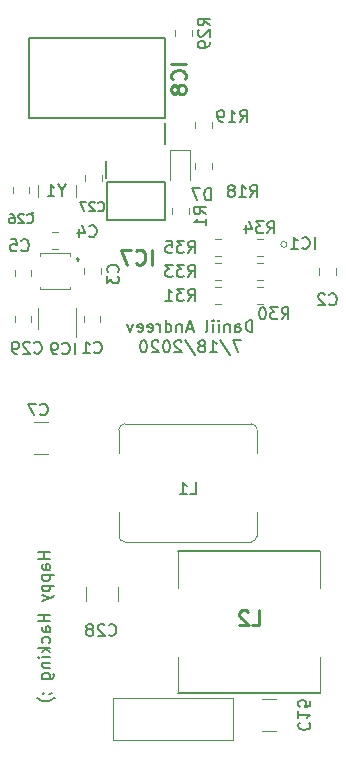
<source format=gbr>
G04 #@! TF.GenerationSoftware,KiCad,Pcbnew,(5.1.4)-1*
G04 #@! TF.CreationDate,2020-07-19T23:15:40-07:00*
G04 #@! TF.ProjectId,SkateLightMainBoard,536b6174-654c-4696-9768-744d61696e42,rev?*
G04 #@! TF.SameCoordinates,Original*
G04 #@! TF.FileFunction,Legend,Bot*
G04 #@! TF.FilePolarity,Positive*
%FSLAX46Y46*%
G04 Gerber Fmt 4.6, Leading zero omitted, Abs format (unit mm)*
G04 Created by KiCad (PCBNEW (5.1.4)-1) date 2020-07-19 23:15:40*
%MOMM*%
%LPD*%
G04 APERTURE LIST*
%ADD10C,0.150000*%
%ADD11C,0.203200*%
%ADD12C,0.200000*%
%ADD13C,0.127000*%
%ADD14C,0.120000*%
%ADD15C,0.100000*%
%ADD16C,0.254000*%
%ADD17C,0.152400*%
G04 APERTURE END LIST*
D10*
X-10387619Y-20100476D02*
X-11387619Y-20100476D01*
X-10911428Y-20100476D02*
X-10911428Y-20671904D01*
X-10387619Y-20671904D02*
X-11387619Y-20671904D01*
X-10387619Y-21576666D02*
X-10911428Y-21576666D01*
X-11006666Y-21529047D01*
X-11054285Y-21433809D01*
X-11054285Y-21243333D01*
X-11006666Y-21148095D01*
X-10435238Y-21576666D02*
X-10387619Y-21481428D01*
X-10387619Y-21243333D01*
X-10435238Y-21148095D01*
X-10530476Y-21100476D01*
X-10625714Y-21100476D01*
X-10720952Y-21148095D01*
X-10768571Y-21243333D01*
X-10768571Y-21481428D01*
X-10816190Y-21576666D01*
X-11054285Y-22052857D02*
X-10054285Y-22052857D01*
X-11006666Y-22052857D02*
X-11054285Y-22148095D01*
X-11054285Y-22338571D01*
X-11006666Y-22433809D01*
X-10959047Y-22481428D01*
X-10863809Y-22529047D01*
X-10578095Y-22529047D01*
X-10482857Y-22481428D01*
X-10435238Y-22433809D01*
X-10387619Y-22338571D01*
X-10387619Y-22148095D01*
X-10435238Y-22052857D01*
X-11054285Y-22957619D02*
X-10054285Y-22957619D01*
X-11006666Y-22957619D02*
X-11054285Y-23052857D01*
X-11054285Y-23243333D01*
X-11006666Y-23338571D01*
X-10959047Y-23386190D01*
X-10863809Y-23433809D01*
X-10578095Y-23433809D01*
X-10482857Y-23386190D01*
X-10435238Y-23338571D01*
X-10387619Y-23243333D01*
X-10387619Y-23052857D01*
X-10435238Y-22957619D01*
X-11054285Y-23767142D02*
X-10387619Y-24005238D01*
X-11054285Y-24243333D02*
X-10387619Y-24005238D01*
X-10149523Y-23910000D01*
X-10101904Y-23862380D01*
X-10054285Y-23767142D01*
X-10387619Y-25386190D02*
X-11387619Y-25386190D01*
X-10911428Y-25386190D02*
X-10911428Y-25957619D01*
X-10387619Y-25957619D02*
X-11387619Y-25957619D01*
X-10387619Y-26862380D02*
X-10911428Y-26862380D01*
X-11006666Y-26814761D01*
X-11054285Y-26719523D01*
X-11054285Y-26529047D01*
X-11006666Y-26433809D01*
X-10435238Y-26862380D02*
X-10387619Y-26767142D01*
X-10387619Y-26529047D01*
X-10435238Y-26433809D01*
X-10530476Y-26386190D01*
X-10625714Y-26386190D01*
X-10720952Y-26433809D01*
X-10768571Y-26529047D01*
X-10768571Y-26767142D01*
X-10816190Y-26862380D01*
X-10435238Y-27767142D02*
X-10387619Y-27671904D01*
X-10387619Y-27481428D01*
X-10435238Y-27386190D01*
X-10482857Y-27338571D01*
X-10578095Y-27290952D01*
X-10863809Y-27290952D01*
X-10959047Y-27338571D01*
X-11006666Y-27386190D01*
X-11054285Y-27481428D01*
X-11054285Y-27671904D01*
X-11006666Y-27767142D01*
X-10387619Y-28195714D02*
X-11387619Y-28195714D01*
X-10768571Y-28290952D02*
X-10387619Y-28576666D01*
X-11054285Y-28576666D02*
X-10673333Y-28195714D01*
X-10387619Y-29005238D02*
X-11054285Y-29005238D01*
X-11387619Y-29005238D02*
X-11340000Y-28957619D01*
X-11292380Y-29005238D01*
X-11340000Y-29052857D01*
X-11387619Y-29005238D01*
X-11292380Y-29005238D01*
X-11054285Y-29481428D02*
X-10387619Y-29481428D01*
X-10959047Y-29481428D02*
X-11006666Y-29529047D01*
X-11054285Y-29624285D01*
X-11054285Y-29767142D01*
X-11006666Y-29862380D01*
X-10911428Y-29910000D01*
X-10387619Y-29910000D01*
X-11054285Y-30814761D02*
X-10244761Y-30814761D01*
X-10149523Y-30767142D01*
X-10101904Y-30719523D01*
X-10054285Y-30624285D01*
X-10054285Y-30481428D01*
X-10101904Y-30386190D01*
X-10435238Y-30814761D02*
X-10387619Y-30719523D01*
X-10387619Y-30529047D01*
X-10435238Y-30433809D01*
X-10482857Y-30386190D01*
X-10578095Y-30338571D01*
X-10863809Y-30338571D01*
X-10959047Y-30386190D01*
X-11006666Y-30433809D01*
X-11054285Y-30529047D01*
X-11054285Y-30719523D01*
X-11006666Y-30814761D01*
X-10435238Y-32100476D02*
X-10387619Y-32100476D01*
X-10292380Y-32052857D01*
X-10244761Y-32005238D01*
X-11006666Y-32052857D02*
X-10959047Y-32100476D01*
X-10911428Y-32052857D01*
X-10959047Y-32005238D01*
X-11006666Y-32052857D01*
X-10911428Y-32052857D01*
X-10006666Y-32433809D02*
X-10054285Y-32481428D01*
X-10197142Y-32576666D01*
X-10292380Y-32624285D01*
X-10435238Y-32671904D01*
X-10673333Y-32719523D01*
X-10863809Y-32719523D01*
X-11101904Y-32671904D01*
X-11244761Y-32624285D01*
X-11340000Y-32576666D01*
X-11482857Y-32481428D01*
X-11530476Y-32433809D01*
D11*
X6749333Y-1466019D02*
X6749333Y-450019D01*
X6507428Y-450019D01*
X6362285Y-498400D01*
X6265523Y-595161D01*
X6217142Y-691923D01*
X6168761Y-885447D01*
X6168761Y-1030590D01*
X6217142Y-1224114D01*
X6265523Y-1320876D01*
X6362285Y-1417638D01*
X6507428Y-1466019D01*
X6749333Y-1466019D01*
X5297904Y-1466019D02*
X5297904Y-933828D01*
X5346285Y-837066D01*
X5443047Y-788685D01*
X5636571Y-788685D01*
X5733333Y-837066D01*
X5297904Y-1417638D02*
X5394666Y-1466019D01*
X5636571Y-1466019D01*
X5733333Y-1417638D01*
X5781714Y-1320876D01*
X5781714Y-1224114D01*
X5733333Y-1127352D01*
X5636571Y-1078971D01*
X5394666Y-1078971D01*
X5297904Y-1030590D01*
X4814095Y-788685D02*
X4814095Y-1466019D01*
X4814095Y-885447D02*
X4765714Y-837066D01*
X4668952Y-788685D01*
X4523809Y-788685D01*
X4427047Y-837066D01*
X4378666Y-933828D01*
X4378666Y-1466019D01*
X3894857Y-1466019D02*
X3894857Y-788685D01*
X3894857Y-450019D02*
X3943238Y-498400D01*
X3894857Y-546780D01*
X3846476Y-498400D01*
X3894857Y-450019D01*
X3894857Y-546780D01*
X3411047Y-1466019D02*
X3411047Y-788685D01*
X3411047Y-450019D02*
X3459428Y-498400D01*
X3411047Y-546780D01*
X3362666Y-498400D01*
X3411047Y-450019D01*
X3411047Y-546780D01*
X2782095Y-1466019D02*
X2878857Y-1417638D01*
X2927238Y-1320876D01*
X2927238Y-450019D01*
X1669333Y-1175733D02*
X1185523Y-1175733D01*
X1766095Y-1466019D02*
X1427428Y-450019D01*
X1088761Y-1466019D01*
X750095Y-788685D02*
X750095Y-1466019D01*
X750095Y-885447D02*
X701714Y-837066D01*
X604952Y-788685D01*
X459809Y-788685D01*
X363047Y-837066D01*
X314666Y-933828D01*
X314666Y-1466019D01*
X-604571Y-1466019D02*
X-604571Y-450019D01*
X-604571Y-1417638D02*
X-507809Y-1466019D01*
X-314285Y-1466019D01*
X-217523Y-1417638D01*
X-169142Y-1369257D01*
X-120761Y-1272495D01*
X-120761Y-982209D01*
X-169142Y-885447D01*
X-217523Y-837066D01*
X-314285Y-788685D01*
X-507809Y-788685D01*
X-604571Y-837066D01*
X-1088380Y-1466019D02*
X-1088380Y-788685D01*
X-1088380Y-982209D02*
X-1136761Y-885447D01*
X-1185142Y-837066D01*
X-1281904Y-788685D01*
X-1378666Y-788685D01*
X-2104380Y-1417638D02*
X-2007619Y-1466019D01*
X-1814095Y-1466019D01*
X-1717333Y-1417638D01*
X-1668952Y-1320876D01*
X-1668952Y-933828D01*
X-1717333Y-837066D01*
X-1814095Y-788685D01*
X-2007619Y-788685D01*
X-2104380Y-837066D01*
X-2152761Y-933828D01*
X-2152761Y-1030590D01*
X-1668952Y-1127352D01*
X-2975238Y-1417638D02*
X-2878476Y-1466019D01*
X-2684952Y-1466019D01*
X-2588190Y-1417638D01*
X-2539809Y-1320876D01*
X-2539809Y-933828D01*
X-2588190Y-837066D01*
X-2684952Y-788685D01*
X-2878476Y-788685D01*
X-2975238Y-837066D01*
X-3023619Y-933828D01*
X-3023619Y-1030590D01*
X-2539809Y-1127352D01*
X-3362285Y-788685D02*
X-3604190Y-1466019D01*
X-3846095Y-788685D01*
X5805904Y-2177219D02*
X5128571Y-2177219D01*
X5563999Y-3193219D01*
X4015809Y-2128838D02*
X4886666Y-3435123D01*
X3144952Y-3193219D02*
X3725523Y-3193219D01*
X3435238Y-3193219D02*
X3435238Y-2177219D01*
X3531999Y-2322361D01*
X3628761Y-2419123D01*
X3725523Y-2467504D01*
X2564380Y-2612647D02*
X2661142Y-2564266D01*
X2709523Y-2515885D01*
X2757904Y-2419123D01*
X2757904Y-2370742D01*
X2709523Y-2273980D01*
X2661142Y-2225600D01*
X2564380Y-2177219D01*
X2370857Y-2177219D01*
X2274095Y-2225600D01*
X2225714Y-2273980D01*
X2177333Y-2370742D01*
X2177333Y-2419123D01*
X2225714Y-2515885D01*
X2274095Y-2564266D01*
X2370857Y-2612647D01*
X2564380Y-2612647D01*
X2661142Y-2661028D01*
X2709523Y-2709409D01*
X2757904Y-2806171D01*
X2757904Y-2999695D01*
X2709523Y-3096457D01*
X2661142Y-3144838D01*
X2564380Y-3193219D01*
X2370857Y-3193219D01*
X2274095Y-3144838D01*
X2225714Y-3096457D01*
X2177333Y-2999695D01*
X2177333Y-2806171D01*
X2225714Y-2709409D01*
X2274095Y-2661028D01*
X2370857Y-2612647D01*
X1016190Y-2128838D02*
X1887047Y-3435123D01*
X725904Y-2273980D02*
X677523Y-2225600D01*
X580761Y-2177219D01*
X338857Y-2177219D01*
X242095Y-2225600D01*
X193714Y-2273980D01*
X145333Y-2370742D01*
X145333Y-2467504D01*
X193714Y-2612647D01*
X774285Y-3193219D01*
X145333Y-3193219D01*
X-483619Y-2177219D02*
X-580380Y-2177219D01*
X-677142Y-2225600D01*
X-725523Y-2273980D01*
X-773904Y-2370742D01*
X-822285Y-2564266D01*
X-822285Y-2806171D01*
X-773904Y-2999695D01*
X-725523Y-3096457D01*
X-677142Y-3144838D01*
X-580380Y-3193219D01*
X-483619Y-3193219D01*
X-386857Y-3144838D01*
X-338476Y-3096457D01*
X-290095Y-2999695D01*
X-241714Y-2806171D01*
X-241714Y-2564266D01*
X-290095Y-2370742D01*
X-338476Y-2273980D01*
X-386857Y-2225600D01*
X-483619Y-2177219D01*
X-1209333Y-2273980D02*
X-1257714Y-2225600D01*
X-1354476Y-2177219D01*
X-1596380Y-2177219D01*
X-1693142Y-2225600D01*
X-1741523Y-2273980D01*
X-1789904Y-2370742D01*
X-1789904Y-2467504D01*
X-1741523Y-2612647D01*
X-1160952Y-3193219D01*
X-1789904Y-3193219D01*
X-2418857Y-2177219D02*
X-2515619Y-2177219D01*
X-2612380Y-2225600D01*
X-2660761Y-2273980D01*
X-2709142Y-2370742D01*
X-2757523Y-2564266D01*
X-2757523Y-2806171D01*
X-2709142Y-2999695D01*
X-2660761Y-3096457D01*
X-2612380Y-3144838D01*
X-2515619Y-3193219D01*
X-2418857Y-3193219D01*
X-2322095Y-3144838D01*
X-2273714Y-3096457D01*
X-2225333Y-2999695D01*
X-2176952Y-2806171D01*
X-2176952Y-2564266D01*
X-2225333Y-2370742D01*
X-2273714Y-2273980D01*
X-2322095Y-2225600D01*
X-2418857Y-2177219D01*
D12*
X-618180Y16612660D02*
X-618180Y23412660D01*
X-618180Y23412660D02*
X-12168180Y23412660D01*
X-12168180Y23412660D02*
X-12168180Y16612660D01*
X-12168180Y16612660D02*
X-618180Y16612660D01*
X-638180Y14412660D02*
X-638180Y16262660D01*
D13*
X451600Y-20035000D02*
X12451600Y-20035000D01*
X12451600Y-32035000D02*
X451600Y-32035000D01*
D14*
X451600Y-32035000D02*
X451600Y-28956000D01*
X451600Y-20035000D02*
X451600Y-23114000D01*
X12451600Y-20035000D02*
X12451600Y-23114000D01*
X12451600Y-32035000D02*
X12451600Y-28956000D01*
X6642860Y-9224000D02*
X-4057140Y-9224000D01*
X-4068484Y-9224129D02*
G75*
G03X-4557140Y-9724000I11344J-499871D01*
G01*
X-4557140Y-9724000D02*
X-4557140Y-11724000D01*
X-4557011Y-18735344D02*
G75*
G03X-4057140Y-19224000I499871J11344D01*
G01*
X-4557140Y-16724000D02*
X-4557140Y-18724000D01*
X7142860Y-11724000D02*
X7142860Y-9724000D01*
X-4057140Y-19224000D02*
X6642860Y-19224000D01*
X6654204Y-19223871D02*
G75*
G03X7142860Y-18724000I-11344J499871D01*
G01*
X7142731Y-9712656D02*
G75*
G03X6642860Y-9224000I-499871J-11344D01*
G01*
X7142860Y-18724000D02*
X7142860Y-16724000D01*
X9668040Y5946720D02*
G75*
G03X9668040Y5946720I-254000J0D01*
G01*
X-5080000Y-36026000D02*
X5080000Y-36026000D01*
X-5080000Y-32470000D02*
X-5080000Y-36026000D01*
X5080000Y-32470000D02*
X-5080000Y-32470000D01*
X5080000Y-36026000D02*
X5080000Y-32470000D01*
X12387040Y3402142D02*
X12387040Y3919298D01*
X13807040Y3402142D02*
X13807040Y3919298D01*
X-11724724Y-9074320D02*
X-10520596Y-9074320D01*
X-11724724Y-11794320D02*
X-10520596Y-11794320D01*
X7574196Y-32528680D02*
X8778324Y-32528680D01*
X7574196Y-35248680D02*
X8778324Y-35248680D01*
X-60000Y8511422D02*
X-60000Y9028578D01*
X1360000Y8511422D02*
X1360000Y9028578D01*
X-11960000Y3291422D02*
X-11960000Y3808578D01*
X-13380000Y3291422D02*
X-13380000Y3808578D01*
X-6070000Y3411422D02*
X-6070000Y3928578D01*
X-7490000Y3411422D02*
X-7490000Y3928578D01*
X-9711422Y5570000D02*
X-10228578Y5570000D01*
X-9711422Y6990000D02*
X-10228578Y6990000D01*
D15*
X-8656000Y4986000D02*
X-8656000Y5186000D01*
X-8656000Y5186000D02*
X-11256000Y5186000D01*
X-11256000Y5186000D02*
X-11256000Y4986000D01*
X-8656000Y2386000D02*
X-8656000Y2186000D01*
X-8656000Y2186000D02*
X-11256000Y2186000D01*
X-11256000Y2186000D02*
X-11256000Y2386000D01*
D12*
X-8056000Y4786000D02*
X-8056000Y4786000D01*
X-8056000Y4586000D02*
X-8056000Y4586000D01*
X-8056000Y4586000D02*
G75*
G02X-8056000Y4786000I0J100000D01*
G01*
X-8056000Y4786000D02*
G75*
G02X-8056000Y4586000I0J-100000D01*
G01*
D14*
X3306620Y12368402D02*
X3306620Y12885558D01*
X1886620Y12368402D02*
X1886620Y12885558D01*
X1886620Y15815902D02*
X1886620Y16333058D01*
X3306620Y15815902D02*
X3306620Y16333058D01*
X-233380Y13964480D02*
X1466620Y13964480D01*
X1466620Y13964480D02*
X1466620Y11414480D01*
X-233380Y13964480D02*
X-233380Y11414480D01*
X-6125000Y-71002D02*
X-6125000Y-588158D01*
X-7545000Y-71002D02*
X-7545000Y-588158D01*
X-13560000Y10301422D02*
X-13560000Y10818578D01*
X-12140000Y10301422D02*
X-12140000Y10818578D01*
X-6020000Y11808578D02*
X-6020000Y11291422D01*
X-7440000Y11808578D02*
X-7440000Y11291422D01*
X-7340000Y-23067936D02*
X-7340000Y-24272064D01*
X-4620000Y-23067936D02*
X-4620000Y-24272064D01*
X-11967000Y-588158D02*
X-11967000Y-71002D01*
X-13387000Y-588158D02*
X-13387000Y-71002D01*
D12*
X-5541180Y11198660D02*
X-5541180Y7998660D01*
X-5541180Y7998660D02*
X-641180Y7998660D01*
X-641180Y7998660D02*
X-641180Y11198660D01*
X-641180Y11198660D02*
X-5541180Y11198660D01*
X-5671180Y13048660D02*
X-5671180Y11548660D01*
D14*
X-11366000Y-1229580D02*
X-11366000Y570420D01*
X-8146000Y570420D02*
X-8146000Y-1879580D01*
X1616780Y24119338D02*
X1616780Y23602182D01*
X196780Y24119338D02*
X196780Y23602182D01*
X7640618Y2338720D02*
X7123462Y2338720D01*
X7640618Y918720D02*
X7123462Y918720D01*
X4084618Y918720D02*
X3567462Y918720D01*
X4084618Y2338720D02*
X3567462Y2338720D01*
X7640618Y2950720D02*
X7123462Y2950720D01*
X7640618Y4370720D02*
X7123462Y4370720D01*
X4084618Y4370720D02*
X3567462Y4370720D01*
X4084618Y2950720D02*
X3567462Y2950720D01*
X7640618Y4982720D02*
X7123462Y4982720D01*
X7640618Y6402720D02*
X7123462Y6402720D01*
X4084618Y6402720D02*
X3567462Y6402720D01*
X4084618Y4982720D02*
X3567462Y4982720D01*
D15*
X-8220000Y10000000D02*
X-8220000Y11000000D01*
X-11420000Y10000000D02*
X-11420000Y11000000D01*
X-11820000Y8650000D02*
X-11820000Y8650000D01*
X-11920000Y8650000D02*
X-11920000Y8650000D01*
X-11920000Y8650000D02*
G75*
G03X-11820000Y8650000I50000J0D01*
G01*
X-11820000Y8650000D02*
G75*
G03X-11920000Y8650000I-50000J0D01*
G01*
D16*
X1138403Y21252421D02*
X-131596Y21252421D01*
X1017451Y19921945D02*
X1077927Y19982421D01*
X1138403Y20163850D01*
X1138403Y20284802D01*
X1077927Y20466231D01*
X956975Y20587183D01*
X836022Y20647660D01*
X594118Y20708136D01*
X412689Y20708136D01*
X170784Y20647660D01*
X49832Y20587183D01*
X-71120Y20466231D01*
X-131596Y20284802D01*
X-131596Y20163850D01*
X-71120Y19982421D01*
X-10643Y19921945D01*
X412689Y19196231D02*
X352213Y19317183D01*
X291737Y19377660D01*
X170784Y19438136D01*
X110308Y19438136D01*
X-10643Y19377660D01*
X-71120Y19317183D01*
X-131596Y19196231D01*
X-131596Y18954326D01*
X-71120Y18833374D01*
X-10643Y18772898D01*
X110308Y18712421D01*
X170784Y18712421D01*
X291737Y18772898D01*
X352213Y18833374D01*
X412689Y18954326D01*
X412689Y19196231D01*
X473165Y19317183D01*
X533641Y19377660D01*
X654594Y19438136D01*
X896499Y19438136D01*
X1017451Y19377660D01*
X1077927Y19317183D01*
X1138403Y19196231D01*
X1138403Y18954326D01*
X1077927Y18833374D01*
X1017451Y18772898D01*
X896499Y18712421D01*
X654594Y18712421D01*
X533641Y18772898D01*
X473165Y18833374D01*
X412689Y18954326D01*
X6742006Y-26294563D02*
X7346768Y-26294563D01*
X7346768Y-25024563D01*
X6379149Y-25145516D02*
X6318673Y-25085040D01*
X6197720Y-25024563D01*
X5895340Y-25024563D01*
X5774387Y-25085040D01*
X5713911Y-25145516D01*
X5653435Y-25266468D01*
X5653435Y-25387420D01*
X5713911Y-25568849D01*
X6439625Y-26294563D01*
X5653435Y-26294563D01*
D10*
X1459526Y-15176380D02*
X1935717Y-15176380D01*
X1935717Y-14176380D01*
X602383Y-15176380D02*
X1173812Y-15176380D01*
X888098Y-15176380D02*
X888098Y-14176380D01*
X983336Y-14319238D01*
X1078574Y-14414476D01*
X1173812Y-14462095D01*
D17*
X12028909Y5565840D02*
X12028909Y6581840D01*
X10964528Y5662602D02*
X11012909Y5614221D01*
X11158052Y5565840D01*
X11254814Y5565840D01*
X11399957Y5614221D01*
X11496719Y5710983D01*
X11545100Y5807745D01*
X11593480Y6001269D01*
X11593480Y6146412D01*
X11545100Y6339936D01*
X11496719Y6436698D01*
X11399957Y6533460D01*
X11254814Y6581840D01*
X11158052Y6581840D01*
X11012909Y6533460D01*
X10964528Y6485079D01*
X9996909Y5565840D02*
X10577480Y5565840D01*
X10287195Y5565840D02*
X10287195Y6581840D01*
X10383957Y6436698D01*
X10480719Y6339936D01*
X10577480Y6291555D01*
D10*
X13263706Y890577D02*
X13311325Y842958D01*
X13454182Y795339D01*
X13549420Y795339D01*
X13692278Y842958D01*
X13787516Y938196D01*
X13835135Y1033434D01*
X13882754Y1223910D01*
X13882754Y1366767D01*
X13835135Y1557243D01*
X13787516Y1652481D01*
X13692278Y1747720D01*
X13549420Y1795339D01*
X13454182Y1795339D01*
X13311325Y1747720D01*
X13263706Y1700100D01*
X12882754Y1700100D02*
X12835135Y1747720D01*
X12739897Y1795339D01*
X12501801Y1795339D01*
X12406563Y1747720D01*
X12358944Y1700100D01*
X12311325Y1604862D01*
X12311325Y1509624D01*
X12358944Y1366767D01*
X12930373Y795339D01*
X12311325Y795339D01*
X-11213333Y-8437142D02*
X-11165714Y-8484761D01*
X-11022857Y-8532380D01*
X-10927619Y-8532380D01*
X-10784761Y-8484761D01*
X-10689523Y-8389523D01*
X-10641904Y-8294285D01*
X-10594285Y-8103809D01*
X-10594285Y-7960952D01*
X-10641904Y-7770476D01*
X-10689523Y-7675238D01*
X-10784761Y-7580000D01*
X-10927619Y-7532380D01*
X-11022857Y-7532380D01*
X-11165714Y-7580000D01*
X-11213333Y-7627619D01*
X-11546666Y-7532380D02*
X-12213333Y-7532380D01*
X-11784761Y-8532380D01*
X10740117Y-34531537D02*
X10692498Y-34579156D01*
X10644879Y-34722013D01*
X10644879Y-34817251D01*
X10692498Y-34960108D01*
X10787736Y-35055346D01*
X10882974Y-35102965D01*
X11073450Y-35150584D01*
X11216307Y-35150584D01*
X11406783Y-35102965D01*
X11502021Y-35055346D01*
X11597260Y-34960108D01*
X11644879Y-34817251D01*
X11644879Y-34722013D01*
X11597260Y-34579156D01*
X11549640Y-34531537D01*
X10644879Y-33579156D02*
X10644879Y-34150584D01*
X10644879Y-33864870D02*
X11644879Y-33864870D01*
X11502021Y-33960108D01*
X11406783Y-34055346D01*
X11359164Y-34150584D01*
X11644879Y-32674394D02*
X11644879Y-33150584D01*
X11168688Y-33198203D01*
X11216307Y-33150584D01*
X11263926Y-33055346D01*
X11263926Y-32817251D01*
X11216307Y-32722013D01*
X11168688Y-32674394D01*
X11073450Y-32626775D01*
X10835355Y-32626775D01*
X10740117Y-32674394D01*
X10692498Y-32722013D01*
X10644879Y-32817251D01*
X10644879Y-33055346D01*
X10692498Y-33150584D01*
X10740117Y-33198203D01*
X2802380Y8506666D02*
X2326190Y8840000D01*
X2802380Y9078095D02*
X1802380Y9078095D01*
X1802380Y8697142D01*
X1850000Y8601904D01*
X1897619Y8554285D01*
X1992857Y8506666D01*
X2135714Y8506666D01*
X2230952Y8554285D01*
X2278571Y8601904D01*
X2326190Y8697142D01*
X2326190Y9078095D01*
X2802380Y7554285D02*
X2802380Y8125714D01*
X2802380Y7840000D02*
X1802380Y7840000D01*
X1945238Y7935238D01*
X2040476Y8030476D01*
X2088095Y8125714D01*
X-12803333Y5462857D02*
X-12755714Y5415238D01*
X-12612857Y5367619D01*
X-12517619Y5367619D01*
X-12374761Y5415238D01*
X-12279523Y5510476D01*
X-12231904Y5605714D01*
X-12184285Y5796190D01*
X-12184285Y5939047D01*
X-12231904Y6129523D01*
X-12279523Y6224761D01*
X-12374761Y6320000D01*
X-12517619Y6367619D01*
X-12612857Y6367619D01*
X-12755714Y6320000D01*
X-12803333Y6272380D01*
X-13708095Y6367619D02*
X-13231904Y6367619D01*
X-13184285Y5891428D01*
X-13231904Y5939047D01*
X-13327142Y5986666D01*
X-13565238Y5986666D01*
X-13660476Y5939047D01*
X-13708095Y5891428D01*
X-13755714Y5796190D01*
X-13755714Y5558095D01*
X-13708095Y5462857D01*
X-13660476Y5415238D01*
X-13565238Y5367619D01*
X-13327142Y5367619D01*
X-13231904Y5415238D01*
X-13184285Y5462857D01*
X-4662857Y3606666D02*
X-4615238Y3654285D01*
X-4567619Y3797142D01*
X-4567619Y3892380D01*
X-4615238Y4035238D01*
X-4710476Y4130476D01*
X-4805714Y4178095D01*
X-4996190Y4225714D01*
X-5139047Y4225714D01*
X-5329523Y4178095D01*
X-5424761Y4130476D01*
X-5520000Y4035238D01*
X-5567619Y3892380D01*
X-5567619Y3797142D01*
X-5520000Y3654285D01*
X-5472380Y3606666D01*
X-5567619Y3273333D02*
X-5567619Y2654285D01*
X-5186666Y2987619D01*
X-5186666Y2844761D01*
X-5139047Y2749523D01*
X-5091428Y2701904D01*
X-4996190Y2654285D01*
X-4758095Y2654285D01*
X-4662857Y2701904D01*
X-4615238Y2749523D01*
X-4567619Y2844761D01*
X-4567619Y3130476D01*
X-4615238Y3225714D01*
X-4662857Y3273333D01*
X-7063333Y6662857D02*
X-7015714Y6615238D01*
X-6872857Y6567619D01*
X-6777619Y6567619D01*
X-6634761Y6615238D01*
X-6539523Y6710476D01*
X-6491904Y6805714D01*
X-6444285Y6996190D01*
X-6444285Y7139047D01*
X-6491904Y7329523D01*
X-6539523Y7424761D01*
X-6634761Y7520000D01*
X-6777619Y7567619D01*
X-6872857Y7567619D01*
X-7015714Y7520000D01*
X-7063333Y7472380D01*
X-7920476Y7234285D02*
X-7920476Y6567619D01*
X-7682380Y7615238D02*
X-7444285Y6900952D01*
X-8063333Y6900952D01*
X6572857Y9967619D02*
X6906190Y10443809D01*
X7144285Y9967619D02*
X7144285Y10967619D01*
X6763333Y10967619D01*
X6668095Y10920000D01*
X6620476Y10872380D01*
X6572857Y10777142D01*
X6572857Y10634285D01*
X6620476Y10539047D01*
X6668095Y10491428D01*
X6763333Y10443809D01*
X7144285Y10443809D01*
X5620476Y9967619D02*
X6191904Y9967619D01*
X5906190Y9967619D02*
X5906190Y10967619D01*
X6001428Y10824761D01*
X6096666Y10729523D01*
X6191904Y10681904D01*
X5049047Y10539047D02*
X5144285Y10586666D01*
X5191904Y10634285D01*
X5239523Y10729523D01*
X5239523Y10777142D01*
X5191904Y10872380D01*
X5144285Y10920000D01*
X5049047Y10967619D01*
X4858571Y10967619D01*
X4763333Y10920000D01*
X4715714Y10872380D01*
X4668095Y10777142D01*
X4668095Y10729523D01*
X4715714Y10634285D01*
X4763333Y10586666D01*
X4858571Y10539047D01*
X5049047Y10539047D01*
X5144285Y10491428D01*
X5191904Y10443809D01*
X5239523Y10348571D01*
X5239523Y10158095D01*
X5191904Y10062857D01*
X5144285Y10015238D01*
X5049047Y9967619D01*
X4858571Y9967619D01*
X4763333Y10015238D01*
X4715714Y10062857D01*
X4668095Y10158095D01*
X4668095Y10348571D01*
X4715714Y10443809D01*
X4763333Y10491428D01*
X4858571Y10539047D01*
X5692857Y16317619D02*
X6026190Y16793809D01*
X6264285Y16317619D02*
X6264285Y17317619D01*
X5883333Y17317619D01*
X5788095Y17270000D01*
X5740476Y17222380D01*
X5692857Y17127142D01*
X5692857Y16984285D01*
X5740476Y16889047D01*
X5788095Y16841428D01*
X5883333Y16793809D01*
X6264285Y16793809D01*
X4740476Y16317619D02*
X5311904Y16317619D01*
X5026190Y16317619D02*
X5026190Y17317619D01*
X5121428Y17174761D01*
X5216666Y17079523D01*
X5311904Y17031904D01*
X4264285Y16317619D02*
X4073809Y16317619D01*
X3978571Y16365238D01*
X3930952Y16412857D01*
X3835714Y16555714D01*
X3788095Y16746190D01*
X3788095Y17127142D01*
X3835714Y17222380D01*
X3883333Y17270000D01*
X3978571Y17317619D01*
X4169047Y17317619D01*
X4264285Y17270000D01*
X4311904Y17222380D01*
X4359523Y17127142D01*
X4359523Y16889047D01*
X4311904Y16793809D01*
X4264285Y16746190D01*
X4169047Y16698571D01*
X3978571Y16698571D01*
X3883333Y16746190D01*
X3835714Y16793809D01*
X3788095Y16889047D01*
X3228095Y9687619D02*
X3228095Y10687619D01*
X2990000Y10687619D01*
X2847142Y10640000D01*
X2751904Y10544761D01*
X2704285Y10449523D01*
X2656666Y10259047D01*
X2656666Y10116190D01*
X2704285Y9925714D01*
X2751904Y9830476D01*
X2847142Y9735238D01*
X2990000Y9687619D01*
X3228095Y9687619D01*
X2323333Y10687619D02*
X1656666Y10687619D01*
X2085238Y9687619D01*
X-6637853Y-3186082D02*
X-6590234Y-3233701D01*
X-6447377Y-3281320D01*
X-6352139Y-3281320D01*
X-6209281Y-3233701D01*
X-6114043Y-3138463D01*
X-6066424Y-3043225D01*
X-6018805Y-2852749D01*
X-6018805Y-2709892D01*
X-6066424Y-2519416D01*
X-6114043Y-2424178D01*
X-6209281Y-2328940D01*
X-6352139Y-2281320D01*
X-6447377Y-2281320D01*
X-6590234Y-2328940D01*
X-6637853Y-2376559D01*
X-7590234Y-3281320D02*
X-7018805Y-3281320D01*
X-7304519Y-3281320D02*
X-7304519Y-2281320D01*
X-7209281Y-2424178D01*
X-7114043Y-2519416D01*
X-7018805Y-2567035D01*
X-12325714Y7804285D02*
X-12287619Y7766190D01*
X-12173333Y7728095D01*
X-12097142Y7728095D01*
X-11982857Y7766190D01*
X-11906666Y7842380D01*
X-11868571Y7918571D01*
X-11830476Y8070952D01*
X-11830476Y8185238D01*
X-11868571Y8337619D01*
X-11906666Y8413809D01*
X-11982857Y8490000D01*
X-12097142Y8528095D01*
X-12173333Y8528095D01*
X-12287619Y8490000D01*
X-12325714Y8451904D01*
X-12630476Y8451904D02*
X-12668571Y8490000D01*
X-12744761Y8528095D01*
X-12935238Y8528095D01*
X-13011428Y8490000D01*
X-13049523Y8451904D01*
X-13087619Y8375714D01*
X-13087619Y8299523D01*
X-13049523Y8185238D01*
X-12592380Y7728095D01*
X-13087619Y7728095D01*
X-13773333Y8528095D02*
X-13620952Y8528095D01*
X-13544761Y8490000D01*
X-13506666Y8451904D01*
X-13430476Y8337619D01*
X-13392380Y8185238D01*
X-13392380Y7880476D01*
X-13430476Y7804285D01*
X-13468571Y7766190D01*
X-13544761Y7728095D01*
X-13697142Y7728095D01*
X-13773333Y7766190D01*
X-13811428Y7804285D01*
X-13849523Y7880476D01*
X-13849523Y8070952D01*
X-13811428Y8147142D01*
X-13773333Y8185238D01*
X-13697142Y8223333D01*
X-13544761Y8223333D01*
X-13468571Y8185238D01*
X-13430476Y8147142D01*
X-13392380Y8070952D01*
X-6285714Y8814285D02*
X-6247619Y8776190D01*
X-6133333Y8738095D01*
X-6057142Y8738095D01*
X-5942857Y8776190D01*
X-5866666Y8852380D01*
X-5828571Y8928571D01*
X-5790476Y9080952D01*
X-5790476Y9195238D01*
X-5828571Y9347619D01*
X-5866666Y9423809D01*
X-5942857Y9500000D01*
X-6057142Y9538095D01*
X-6133333Y9538095D01*
X-6247619Y9500000D01*
X-6285714Y9461904D01*
X-6590476Y9461904D02*
X-6628571Y9500000D01*
X-6704761Y9538095D01*
X-6895238Y9538095D01*
X-6971428Y9500000D01*
X-7009523Y9461904D01*
X-7047619Y9385714D01*
X-7047619Y9309523D01*
X-7009523Y9195238D01*
X-6552380Y8738095D01*
X-7047619Y8738095D01*
X-7314285Y9538095D02*
X-7847619Y9538095D01*
X-7504761Y8738095D01*
X-5407142Y-27107142D02*
X-5359523Y-27154761D01*
X-5216666Y-27202380D01*
X-5121428Y-27202380D01*
X-4978571Y-27154761D01*
X-4883333Y-27059523D01*
X-4835714Y-26964285D01*
X-4788095Y-26773809D01*
X-4788095Y-26630952D01*
X-4835714Y-26440476D01*
X-4883333Y-26345238D01*
X-4978571Y-26250000D01*
X-5121428Y-26202380D01*
X-5216666Y-26202380D01*
X-5359523Y-26250000D01*
X-5407142Y-26297619D01*
X-5788095Y-26297619D02*
X-5835714Y-26250000D01*
X-5930952Y-26202380D01*
X-6169047Y-26202380D01*
X-6264285Y-26250000D01*
X-6311904Y-26297619D01*
X-6359523Y-26392857D01*
X-6359523Y-26488095D01*
X-6311904Y-26630952D01*
X-5740476Y-27202380D01*
X-6359523Y-27202380D01*
X-6930952Y-26630952D02*
X-6835714Y-26583333D01*
X-6788095Y-26535714D01*
X-6740476Y-26440476D01*
X-6740476Y-26392857D01*
X-6788095Y-26297619D01*
X-6835714Y-26250000D01*
X-6930952Y-26202380D01*
X-7121428Y-26202380D01*
X-7216666Y-26250000D01*
X-7264285Y-26297619D01*
X-7311904Y-26392857D01*
X-7311904Y-26440476D01*
X-7264285Y-26535714D01*
X-7216666Y-26583333D01*
X-7121428Y-26630952D01*
X-6930952Y-26630952D01*
X-6835714Y-26678571D01*
X-6788095Y-26726190D01*
X-6740476Y-26821428D01*
X-6740476Y-27011904D01*
X-6788095Y-27107142D01*
X-6835714Y-27154761D01*
X-6930952Y-27202380D01*
X-7121428Y-27202380D01*
X-7216666Y-27154761D01*
X-7264285Y-27107142D01*
X-7311904Y-27011904D01*
X-7311904Y-26821428D01*
X-7264285Y-26726190D01*
X-7216666Y-26678571D01*
X-7121428Y-26630952D01*
X-11721722Y-3198782D02*
X-11674103Y-3246401D01*
X-11531246Y-3294020D01*
X-11436008Y-3294020D01*
X-11293151Y-3246401D01*
X-11197913Y-3151163D01*
X-11150294Y-3055925D01*
X-11102675Y-2865449D01*
X-11102675Y-2722592D01*
X-11150294Y-2532116D01*
X-11197913Y-2436878D01*
X-11293151Y-2341640D01*
X-11436008Y-2294020D01*
X-11531246Y-2294020D01*
X-11674103Y-2341640D01*
X-11721722Y-2389259D01*
X-12102675Y-2389259D02*
X-12150294Y-2341640D01*
X-12245532Y-2294020D01*
X-12483627Y-2294020D01*
X-12578865Y-2341640D01*
X-12626484Y-2389259D01*
X-12674103Y-2484497D01*
X-12674103Y-2579735D01*
X-12626484Y-2722592D01*
X-12055056Y-3294020D01*
X-12674103Y-3294020D01*
X-13150294Y-3294020D02*
X-13340770Y-3294020D01*
X-13436008Y-3246401D01*
X-13483627Y-3198782D01*
X-13578865Y-3055925D01*
X-13626484Y-2865449D01*
X-13626484Y-2484497D01*
X-13578865Y-2389259D01*
X-13531246Y-2341640D01*
X-13436008Y-2294020D01*
X-13245532Y-2294020D01*
X-13150294Y-2341640D01*
X-13102675Y-2389259D01*
X-13055056Y-2484497D01*
X-13055056Y-2722592D01*
X-13102675Y-2817830D01*
X-13150294Y-2865449D01*
X-13245532Y-2913068D01*
X-13436008Y-2913068D01*
X-13531246Y-2865449D01*
X-13578865Y-2817830D01*
X-13626484Y-2722592D01*
D16*
X-1782838Y4241316D02*
X-1782838Y5511316D01*
X-3113314Y4362268D02*
X-3052838Y4301792D01*
X-2871409Y4241316D01*
X-2750457Y4241316D01*
X-2569028Y4301792D01*
X-2448076Y4422744D01*
X-2387600Y4543697D01*
X-2327123Y4785601D01*
X-2327123Y4967030D01*
X-2387600Y5208935D01*
X-2448076Y5329887D01*
X-2569028Y5450840D01*
X-2750457Y5511316D01*
X-2871409Y5511316D01*
X-3052838Y5450840D01*
X-3113314Y5390363D01*
X-3536647Y5511316D02*
X-4383314Y5511316D01*
X-3839028Y4241316D01*
D10*
X-8304829Y-3354980D02*
X-8304829Y-2354980D01*
X-9352448Y-3259742D02*
X-9304829Y-3307361D01*
X-9161972Y-3354980D01*
X-9066734Y-3354980D01*
X-8923877Y-3307361D01*
X-8828639Y-3212123D01*
X-8781020Y-3116885D01*
X-8733400Y-2926409D01*
X-8733400Y-2783552D01*
X-8781020Y-2593076D01*
X-8828639Y-2497838D01*
X-8923877Y-2402600D01*
X-9066734Y-2354980D01*
X-9161972Y-2354980D01*
X-9304829Y-2402600D01*
X-9352448Y-2450219D01*
X-9828639Y-3354980D02*
X-10019115Y-3354980D01*
X-10114353Y-3307361D01*
X-10161972Y-3259742D01*
X-10257210Y-3116885D01*
X-10304829Y-2926409D01*
X-10304829Y-2545457D01*
X-10257210Y-2450219D01*
X-10209591Y-2402600D01*
X-10114353Y-2354980D01*
X-9923877Y-2354980D01*
X-9828639Y-2402600D01*
X-9781020Y-2450219D01*
X-9733400Y-2545457D01*
X-9733400Y-2783552D01*
X-9781020Y-2878790D01*
X-9828639Y-2926409D01*
X-9923877Y-2974028D01*
X-10114353Y-2974028D01*
X-10209591Y-2926409D01*
X-10257210Y-2878790D01*
X-10304829Y-2783552D01*
X3129540Y24506157D02*
X2653350Y24839490D01*
X3129540Y25077585D02*
X2129540Y25077585D01*
X2129540Y24696633D01*
X2177160Y24601395D01*
X2224779Y24553776D01*
X2320017Y24506157D01*
X2462874Y24506157D01*
X2558112Y24553776D01*
X2605731Y24601395D01*
X2653350Y24696633D01*
X2653350Y25077585D01*
X2224779Y24125204D02*
X2177160Y24077585D01*
X2129540Y23982347D01*
X2129540Y23744252D01*
X2177160Y23649014D01*
X2224779Y23601395D01*
X2320017Y23553776D01*
X2415255Y23553776D01*
X2558112Y23601395D01*
X3129540Y24172823D01*
X3129540Y23553776D01*
X3129540Y23077585D02*
X3129540Y22887109D01*
X3081921Y22791871D01*
X3034302Y22744252D01*
X2891445Y22649014D01*
X2700969Y22601395D01*
X2320017Y22601395D01*
X2224779Y22649014D01*
X2177160Y22696633D01*
X2129540Y22791871D01*
X2129540Y22982347D01*
X2177160Y23077585D01*
X2224779Y23125204D01*
X2320017Y23172823D01*
X2558112Y23172823D01*
X2653350Y23125204D01*
X2700969Y23077585D01*
X2748588Y22982347D01*
X2748588Y22791871D01*
X2700969Y22696633D01*
X2653350Y22649014D01*
X2558112Y22601395D01*
X9222857Y-382380D02*
X9556190Y93809D01*
X9794285Y-382380D02*
X9794285Y617619D01*
X9413333Y617619D01*
X9318095Y570000D01*
X9270476Y522380D01*
X9222857Y427142D01*
X9222857Y284285D01*
X9270476Y189047D01*
X9318095Y141428D01*
X9413333Y93809D01*
X9794285Y93809D01*
X8889523Y617619D02*
X8270476Y617619D01*
X8603809Y236666D01*
X8460952Y236666D01*
X8365714Y189047D01*
X8318095Y141428D01*
X8270476Y46190D01*
X8270476Y-191904D01*
X8318095Y-287142D01*
X8365714Y-334761D01*
X8460952Y-382380D01*
X8746666Y-382380D01*
X8841904Y-334761D01*
X8889523Y-287142D01*
X7651428Y617619D02*
X7556190Y617619D01*
X7460952Y570000D01*
X7413333Y522380D01*
X7365714Y427142D01*
X7318095Y236666D01*
X7318095Y-1428D01*
X7365714Y-191904D01*
X7413333Y-287142D01*
X7460952Y-334761D01*
X7556190Y-382380D01*
X7651428Y-382380D01*
X7746666Y-334761D01*
X7794285Y-287142D01*
X7841904Y-191904D01*
X7889523Y-1428D01*
X7889523Y236666D01*
X7841904Y427142D01*
X7794285Y522380D01*
X7746666Y570000D01*
X7651428Y617619D01*
X1293897Y1176339D02*
X1627230Y1652529D01*
X1865325Y1176339D02*
X1865325Y2176339D01*
X1484373Y2176339D01*
X1389135Y2128720D01*
X1341516Y2081100D01*
X1293897Y1985862D01*
X1293897Y1843005D01*
X1341516Y1747767D01*
X1389135Y1700148D01*
X1484373Y1652529D01*
X1865325Y1652529D01*
X960563Y2176339D02*
X341516Y2176339D01*
X674849Y1795386D01*
X531992Y1795386D01*
X436754Y1747767D01*
X389135Y1700148D01*
X341516Y1604910D01*
X341516Y1366815D01*
X389135Y1271577D01*
X436754Y1223958D01*
X531992Y1176339D01*
X817706Y1176339D01*
X912944Y1223958D01*
X960563Y1271577D01*
X-610864Y1176339D02*
X-39436Y1176339D01*
X-325150Y1176339D02*
X-325150Y2176339D01*
X-229912Y2033481D01*
X-134674Y1938243D01*
X-39436Y1890624D01*
X1293897Y3208339D02*
X1627230Y3684529D01*
X1865325Y3208339D02*
X1865325Y4208339D01*
X1484373Y4208339D01*
X1389135Y4160720D01*
X1341516Y4113100D01*
X1293897Y4017862D01*
X1293897Y3875005D01*
X1341516Y3779767D01*
X1389135Y3732148D01*
X1484373Y3684529D01*
X1865325Y3684529D01*
X960563Y4208339D02*
X341516Y4208339D01*
X674849Y3827386D01*
X531992Y3827386D01*
X436754Y3779767D01*
X389135Y3732148D01*
X341516Y3636910D01*
X341516Y3398815D01*
X389135Y3303577D01*
X436754Y3255958D01*
X531992Y3208339D01*
X817706Y3208339D01*
X912944Y3255958D01*
X960563Y3303577D01*
X8182Y4208339D02*
X-610864Y4208339D01*
X-277531Y3827386D01*
X-420388Y3827386D01*
X-515626Y3779767D01*
X-563245Y3732148D01*
X-610864Y3636910D01*
X-610864Y3398815D01*
X-563245Y3303577D01*
X-515626Y3255958D01*
X-420388Y3208339D01*
X-134674Y3208339D01*
X-39436Y3255958D01*
X8182Y3303577D01*
X8024897Y6891339D02*
X8358230Y7367529D01*
X8596325Y6891339D02*
X8596325Y7891339D01*
X8215373Y7891339D01*
X8120135Y7843720D01*
X8072516Y7796100D01*
X8024897Y7700862D01*
X8024897Y7558005D01*
X8072516Y7462767D01*
X8120135Y7415148D01*
X8215373Y7367529D01*
X8596325Y7367529D01*
X7691563Y7891339D02*
X7072516Y7891339D01*
X7405849Y7510386D01*
X7262992Y7510386D01*
X7167754Y7462767D01*
X7120135Y7415148D01*
X7072516Y7319910D01*
X7072516Y7081815D01*
X7120135Y6986577D01*
X7167754Y6938958D01*
X7262992Y6891339D01*
X7548706Y6891339D01*
X7643944Y6938958D01*
X7691563Y6986577D01*
X6215373Y7558005D02*
X6215373Y6891339D01*
X6453468Y7938958D02*
X6691563Y7224672D01*
X6072516Y7224672D01*
X1293897Y5240339D02*
X1627230Y5716529D01*
X1865325Y5240339D02*
X1865325Y6240339D01*
X1484373Y6240339D01*
X1389135Y6192720D01*
X1341516Y6145100D01*
X1293897Y6049862D01*
X1293897Y5907005D01*
X1341516Y5811767D01*
X1389135Y5764148D01*
X1484373Y5716529D01*
X1865325Y5716529D01*
X960563Y6240339D02*
X341516Y6240339D01*
X674849Y5859386D01*
X531992Y5859386D01*
X436754Y5811767D01*
X389135Y5764148D01*
X341516Y5668910D01*
X341516Y5430815D01*
X389135Y5335577D01*
X436754Y5287958D01*
X531992Y5240339D01*
X817706Y5240339D01*
X912944Y5287958D01*
X960563Y5335577D01*
X-563245Y6240339D02*
X-87055Y6240339D01*
X-39436Y5764148D01*
X-87055Y5811767D01*
X-182293Y5859386D01*
X-420388Y5859386D01*
X-515626Y5811767D01*
X-563245Y5764148D01*
X-610864Y5668910D01*
X-610864Y5430815D01*
X-563245Y5335577D01*
X-515626Y5287958D01*
X-420388Y5240339D01*
X-182293Y5240339D01*
X-87055Y5287958D01*
X-39436Y5335577D01*
X-9403809Y10523809D02*
X-9403809Y10047619D01*
X-9070476Y11047619D02*
X-9403809Y10523809D01*
X-9737142Y11047619D01*
X-10594285Y10047619D02*
X-10022857Y10047619D01*
X-10308571Y10047619D02*
X-10308571Y11047619D01*
X-10213333Y10904761D01*
X-10118095Y10809523D01*
X-10022857Y10761904D01*
M02*

</source>
